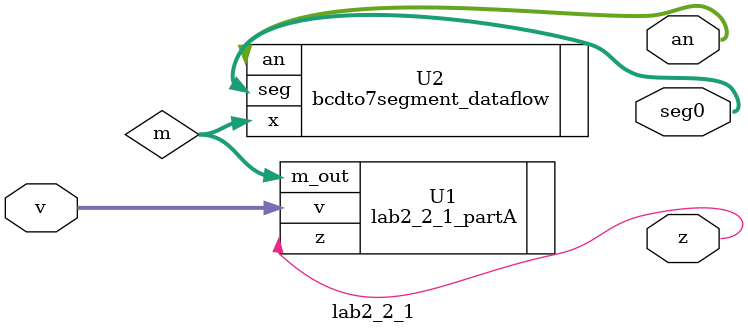
<source format=v>
`timescale 1ns / 1ps

module lab2_2_1(
    input [3:0] v,
    output z,
	output [3:0] an,
    output [6:0] seg0
    );
        
	wire [3:0] m;

	lab2_2_1_partA U1 (.v(v), .z(z), .m_out(m));
	bcdto7segment_dataflow U2 (.x(m), .an(an), .seg(seg0)
	);
endmodule
</source>
